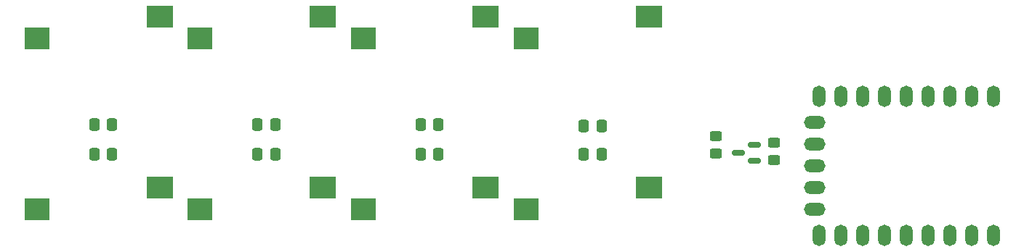
<source format=gbr>
%TF.GenerationSoftware,KiCad,Pcbnew,8.0.2*%
%TF.CreationDate,2024-06-01T03:16:02+02:00*%
%TF.ProjectId,Hellboard,48656c6c-626f-4617-9264-2e6b69636164,rev?*%
%TF.SameCoordinates,Original*%
%TF.FileFunction,Paste,Bot*%
%TF.FilePolarity,Positive*%
%FSLAX46Y46*%
G04 Gerber Fmt 4.6, Leading zero omitted, Abs format (unit mm)*
G04 Created by KiCad (PCBNEW 8.0.2) date 2024-06-01 03:16:02*
%MOMM*%
%LPD*%
G01*
G04 APERTURE LIST*
G04 Aperture macros list*
%AMRoundRect*
0 Rectangle with rounded corners*
0 $1 Rounding radius*
0 $2 $3 $4 $5 $6 $7 $8 $9 X,Y pos of 4 corners*
0 Add a 4 corners polygon primitive as box body*
4,1,4,$2,$3,$4,$5,$6,$7,$8,$9,$2,$3,0*
0 Add four circle primitives for the rounded corners*
1,1,$1+$1,$2,$3*
1,1,$1+$1,$4,$5*
1,1,$1+$1,$6,$7*
1,1,$1+$1,$8,$9*
0 Add four rect primitives between the rounded corners*
20,1,$1+$1,$2,$3,$4,$5,0*
20,1,$1+$1,$4,$5,$6,$7,0*
20,1,$1+$1,$6,$7,$8,$9,0*
20,1,$1+$1,$8,$9,$2,$3,0*%
G04 Aperture macros list end*
%ADD10R,3.085000X2.500000*%
%ADD11R,2.915000X2.500000*%
%ADD12RoundRect,0.250000X-0.337500X-0.475000X0.337500X-0.475000X0.337500X0.475000X-0.337500X0.475000X0*%
%ADD13O,1.500000X2.500000*%
%ADD14O,2.500000X1.500000*%
%ADD15RoundRect,0.250000X-0.450000X0.325000X-0.450000X-0.325000X0.450000X-0.325000X0.450000X0.325000X0*%
%ADD16RoundRect,0.150000X0.587500X0.150000X-0.587500X0.150000X-0.587500X-0.150000X0.587500X-0.150000X0*%
G04 APERTURE END LIST*
D10*
%TO.C,D6*%
X79807500Y-66920000D03*
D11*
X65507500Y-69460000D03*
%TD*%
D10*
%TO.C,D8*%
X117807500Y-66920000D03*
D11*
X103507500Y-69460000D03*
%TD*%
D10*
%TO.C,D1*%
X117807500Y-46920000D03*
D11*
X103507500Y-49460000D03*
%TD*%
D10*
%TO.C,D2*%
X98807500Y-46920000D03*
D11*
X84507500Y-49460000D03*
%TD*%
D10*
%TO.C,D3*%
X79807500Y-46920000D03*
D11*
X65507500Y-49460000D03*
%TD*%
D10*
%TO.C,D7*%
X98807500Y-66920000D03*
D11*
X84507500Y-69460000D03*
%TD*%
D10*
%TO.C,D4*%
X60807500Y-46920000D03*
D11*
X46507500Y-49460000D03*
%TD*%
D10*
%TO.C,D5*%
X60807500Y-66920000D03*
D11*
X46507500Y-69460000D03*
%TD*%
D12*
%TO.C,C5*%
X110212500Y-63000000D03*
X112287500Y-63000000D03*
%TD*%
%TO.C,C8*%
X53212500Y-63000000D03*
X55287500Y-63000000D03*
%TD*%
D13*
%TO.C,U1*%
X157950000Y-56250000D03*
X155410000Y-56250000D03*
X152870000Y-56250000D03*
X150330000Y-56250000D03*
X147790000Y-56250000D03*
X145250000Y-56250000D03*
X142710000Y-56250000D03*
X140170000Y-56250000D03*
X137630000Y-56250000D03*
D14*
X137130000Y-59290000D03*
X137130000Y-61830000D03*
X137130000Y-64370000D03*
X137130000Y-66910000D03*
X137130000Y-69450000D03*
D13*
X137630000Y-72490000D03*
X140170000Y-72490000D03*
X142710000Y-72490000D03*
X145250000Y-72490000D03*
X147790000Y-72490000D03*
X150330000Y-72490000D03*
X152870000Y-72490000D03*
X155410000Y-72490000D03*
X157950000Y-72490000D03*
%TD*%
D15*
%TO.C,R1*%
X125605000Y-60870000D03*
X125605000Y-62920000D03*
%TD*%
D12*
%TO.C,C1*%
X110212500Y-59750000D03*
X112287500Y-59750000D03*
%TD*%
D16*
%TO.C,Q1*%
X130105000Y-61870000D03*
X130105000Y-63770000D03*
X128230000Y-62820000D03*
%TD*%
D15*
%TO.C,R2*%
X132355000Y-61620000D03*
X132355000Y-63670000D03*
%TD*%
D12*
%TO.C,C3*%
X72212500Y-59500000D03*
X74287500Y-59500000D03*
%TD*%
%TO.C,C6*%
X91212500Y-63000000D03*
X93287500Y-63000000D03*
%TD*%
%TO.C,C2*%
X91212500Y-59500000D03*
X93287500Y-59500000D03*
%TD*%
%TO.C,C4*%
X53212500Y-59500000D03*
X55287500Y-59500000D03*
%TD*%
%TO.C,C7*%
X72212500Y-63000000D03*
X74287500Y-63000000D03*
%TD*%
M02*

</source>
